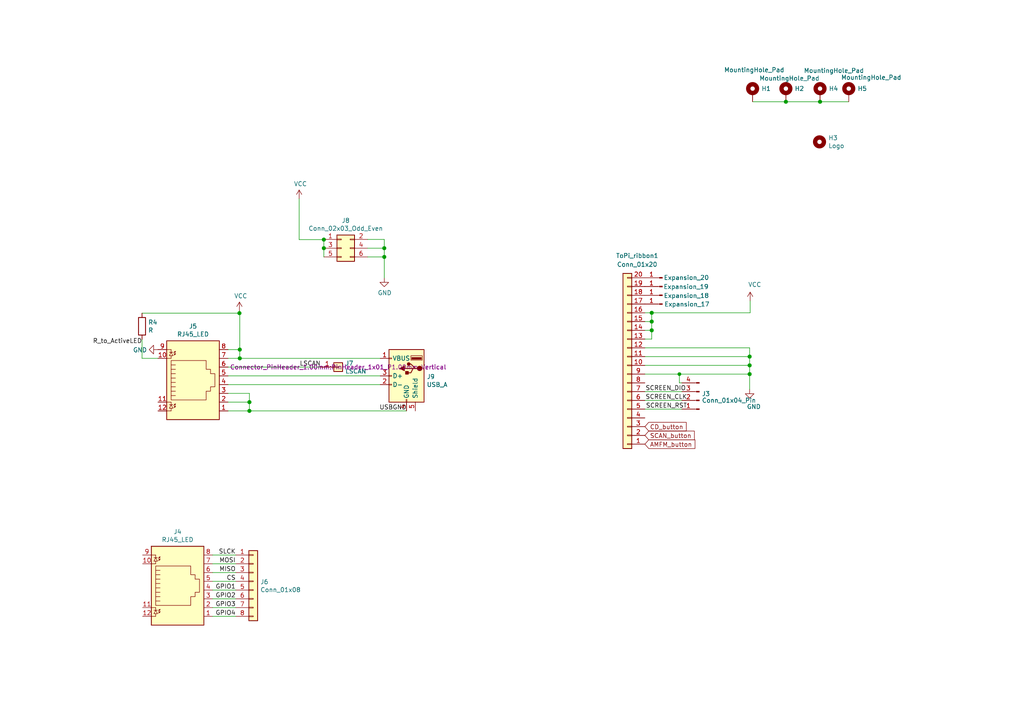
<source format=kicad_sch>
(kicad_sch (version 20230121) (generator eeschema)
  (paper "A4")
  (lib_symbols
    (symbol "Connector:Conn_01x01_Pin" (pin_names (offset 1.016) hide)
      (property "Reference" "J" (at 0 2.54 0))
      (property "Value" "Conn_01x01_Pin" (at 0 -2.54 0))
      (symbol "Conn_01x01_Pin_1_1"
        (polyline (pts (xy 1.27 0) (xy 0.8636 0)) (stroke (width 0.1524)))
        (rectangle (start 0.8636 0.127) (end 0 -0.127) (stroke (width 0.1524)) (fill (type outline)))
        (pin passive line (at 5.08 0 180) (length 3.81) (name "Pin_1") (number "1"))
      )
    )
    (symbol "Connector:Conn_01x04_Pin" (pin_names (offset 1.016) hide)
      (property "Reference" "J" (at 0 5.08 0))
      (property "Value" "Conn_01x04_Pin" (at 0 -7.62 0))
      (symbol "Conn_01x04_Pin_1_1"
        (polyline (pts (xy 1.27 -5.08) (xy 0.8636 -5.08)) (stroke (width 0.1524)))
        (polyline (pts (xy 1.27 -2.54) (xy 0.8636 -2.54)) (stroke (width 0.1524)))
        (polyline (pts (xy 1.27 0) (xy 0.8636 0)) (stroke (width 0.1524)))
        (polyline (pts (xy 1.27 2.54) (xy 0.8636 2.54)) (stroke (width 0.1524)))
        (rectangle (start 0.8636 -4.953) (end 0 -5.207) (stroke (width 0.1524)) (fill (type outline)))
        (rectangle (start 0.8636 -2.413) (end 0 -2.667) (stroke (width 0.1524)) (fill (type outline)))
        (rectangle (start 0.8636 0.127) (end 0 -0.127) (stroke (width 0.1524)) (fill (type outline)))
        (rectangle (start 0.8636 2.667) (end 0 2.413) (stroke (width 0.1524)) (fill (type outline)))
        (pin passive line (at 5.08 2.54 180) (length 3.81) (name "Pin_1") (number "1"))
        (pin passive line (at 5.08 0 180) (length 3.81) (name "Pin_2") (number "2"))
        (pin passive line (at 5.08 -2.54 180) (length 3.81) (name "Pin_3") (number "3"))
        (pin passive line (at 5.08 -5.08 180) (length 3.81) (name "Pin_4") (number "4"))
      )
    )
    (symbol "Connector:RJ45_LED" (pin_names (offset 1.016))
      (property "Reference" "J" (at -5.08 13.97 0))
      (property "Value" "RJ45_LED" (at 1.27 13.97 0))
      (symbol "RJ45_LED_0_1"
        (polyline (pts (xy -7.62 -7.62) (xy -6.35 -7.62)))
        (polyline (pts (xy -7.62 -5.08) (xy -6.35 -5.08)))
        (polyline (pts (xy -7.62 7.62) (xy -6.35 7.62)))
        (polyline (pts (xy -7.62 10.16) (xy -6.35 10.16)))
        (polyline (pts (xy -6.858 -5.842) (xy -5.842 -5.842)))
        (polyline (pts (xy -6.858 9.398) (xy -5.842 9.398)))
        (polyline (pts (xy -6.35 -7.62) (xy -6.35 -6.858)))
        (polyline (pts (xy -6.35 -5.08) (xy -6.35 -5.842)))
        (polyline (pts (xy -6.35 7.62) (xy -6.35 8.382)))
        (polyline (pts (xy -6.35 10.16) (xy -6.35 9.398)))
        (polyline (pts (xy -5.08 -6.223) (xy -5.207 -6.604)))
        (polyline (pts (xy -5.08 -5.588) (xy -5.207 -5.969)))
        (polyline (pts (xy -5.08 4.445) (xy -6.35 4.445)))
        (polyline (pts (xy -5.08 5.715) (xy -6.35 5.715)))
        (polyline (pts (xy -5.08 9.017) (xy -5.207 8.636)))
        (polyline (pts (xy -5.08 9.652) (xy -5.207 9.271)))
        (polyline (pts (xy -6.35 -3.175) (xy -5.08 -3.175) (xy -5.08 -3.175)))
        (polyline (pts (xy -6.35 -1.905) (xy -5.08 -1.905) (xy -5.08 -1.905)))
        (polyline (pts (xy -6.35 -0.635) (xy -5.08 -0.635) (xy -5.08 -0.635)))
        (polyline (pts (xy -6.35 0.635) (xy -5.08 0.635) (xy -5.08 0.635)))
        (polyline (pts (xy -6.35 1.905) (xy -5.08 1.905) (xy -5.08 1.905)))
        (polyline (pts (xy -5.588 -6.731) (xy -5.08 -6.223) (xy -5.461 -6.35)))
        (polyline (pts (xy -5.588 -6.096) (xy -5.08 -5.588) (xy -5.461 -5.715)))
        (polyline (pts (xy -5.588 8.509) (xy -5.08 9.017) (xy -5.461 8.89)))
        (polyline (pts (xy -5.588 9.144) (xy -5.08 9.652) (xy -5.461 9.525)))
        (polyline (pts (xy -5.08 3.175) (xy -6.35 3.175) (xy -6.35 3.175)))
        (polyline (pts (xy -6.35 -5.842) (xy -6.858 -6.858) (xy -5.842 -6.858) (xy -6.35 -5.842)))
        (polyline (pts (xy -6.35 9.398) (xy -6.858 8.382) (xy -5.842 8.382) (xy -6.35 9.398)))
        (polyline (pts (xy -6.35 -4.445) (xy -6.35 6.985) (xy 3.81 6.985) (xy 3.81 4.445) (xy 5.08 4.445) (xy 5.08 3.175) (xy 6.35 3.175) (xy 6.35 -0.635) (xy 5.08 -0.635) (xy 5.08 -1.905) (xy 3.81 -1.905) (xy 3.81 -4.445) (xy -6.35 -4.445) (xy -6.35 -4.445)))
        (rectangle (start 7.62 12.7) (end -7.62 -10.16) (stroke (width 0.254)) (fill (type background)))
      )
      (symbol "RJ45_LED_1_1"
        (pin passive line (at 10.16 -7.62 180) (length 2.54) (name "~") (number "1"))
        (pin passive line (at -10.16 7.62 0) (length 2.54) (name "~") (number "10"))
        (pin passive line (at -10.16 -5.08 0) (length 2.54) (name "~") (number "11"))
        (pin passive line (at -10.16 -7.62 0) (length 2.54) (name "~") (number "12"))
        (pin passive line (at 10.16 -5.08 180) (length 2.54) (name "~") (number "2"))
        (pin passive line (at 10.16 -2.54 180) (length 2.54) (name "~") (number "3"))
        (pin passive line (at 10.16 0 180) (length 2.54) (name "~") (number "4"))
        (pin passive line (at 10.16 2.54 180) (length 2.54) (name "~") (number "5"))
        (pin passive line (at 10.16 5.08 180) (length 2.54) (name "~") (number "6"))
        (pin passive line (at 10.16 7.62 180) (length 2.54) (name "~") (number "7"))
        (pin passive line (at 10.16 10.16 180) (length 2.54) (name "~") (number "8"))
        (pin passive line (at -10.16 10.16 0) (length 2.54) (name "~") (number "9"))
      )
    )
    (symbol "Connector:USB_A" (pin_names (offset 1.016))
      (property "Reference" "J" (at -5.08 11.43 0))
      (property "Value" "USB_A" (at -5.08 8.89 0))
      (symbol "USB_A_0_1"
        (rectangle (start -5.08 -7.62) (end 5.08 7.62) (stroke (width 0.254)) (fill (type background)))
        (circle (center -3.81 2.159) (radius 0.635) (stroke (width 0.254)) (fill (type outline)))
        (rectangle (start -1.524 4.826) (end -4.318 5.334) (fill (type outline)))
        (rectangle (start -1.27 4.572) (end -4.572 5.842))
        (circle (center -0.635 3.429) (radius 0.381) (stroke (width 0.254)) (fill (type outline)))
        (rectangle (start -0.127 -7.62) (end 0.127 -6.858))
        (polyline (pts (xy -3.175 2.159) (xy -2.54 2.159) (xy -1.27 3.429) (xy -0.635 3.429)) (stroke (width 0.254)))
        (polyline (pts (xy -2.54 2.159) (xy -1.905 2.159) (xy -1.27 0.889) (xy 0 0.889)) (stroke (width 0.254)))
        (polyline (pts (xy 0.635 2.794) (xy 0.635 1.524) (xy 1.905 2.159) (xy 0.635 2.794)) (stroke (width 0.254)) (fill (type outline)))
        (rectangle (start 0.254 1.27) (end -0.508 0.508) (stroke (width 0.254)) (fill (type outline)))
        (rectangle (start 5.08 -2.667) (end 4.318 -2.413))
        (rectangle (start 5.08 -0.127) (end 4.318 0.127))
        (rectangle (start 5.08 4.953) (end 4.318 5.207))
      )
      (symbol "USB_A_1_1"
        (polyline (pts (xy -1.905 2.159) (xy 0.635 2.159)) (stroke (width 0.254)))
        (pin power_in line (at 7.62 5.08 180) (length 2.54) (name "VBUS") (number "1"))
        (pin bidirectional line (at 7.62 -2.54 180) (length 2.54) (name "D-") (number "2"))
        (pin bidirectional line (at 7.62 0 180) (length 2.54) (name "D+") (number "3"))
        (pin power_in line (at 0 -10.16 90) (length 2.54) (name "GND") (number "4"))
        (pin passive line (at -2.54 -10.16 90) (length 2.54) (name "Shield") (number "5"))
      )
    )
    (symbol "Connector_Generic:Conn_01x01" (pin_names (offset 1.016) hide)
      (property "Reference" "J" (at 0 2.54 0))
      (property "Value" "Conn_01x01" (at 0 -2.54 0))
      (symbol "Conn_01x01_1_1"
        (rectangle (start -1.27 0.127) (end 0 -0.127) (stroke (width 0.1524)))
        (rectangle (start -1.27 1.27) (end 1.27 -1.27) (stroke (width 0.254)) (fill (type background)))
        (pin passive line (at -5.08 0 0) (length 3.81) (name "Pin_1") (number "1"))
      )
    )
    (symbol "Connector_Generic:Conn_01x08" (pin_names (offset 1.016) hide)
      (property "Reference" "J" (at 0 10.16 0))
      (property "Value" "Conn_01x08" (at 0 -12.7 0))
      (symbol "Conn_01x08_1_1"
        (rectangle (start -1.27 -10.033) (end 0 -10.287) (stroke (width 0.1524)))
        (rectangle (start -1.27 -7.493) (end 0 -7.747) (stroke (width 0.1524)))
        (rectangle (start -1.27 -4.953) (end 0 -5.207) (stroke (width 0.1524)))
        (rectangle (start -1.27 -2.413) (end 0 -2.667) (stroke (width 0.1524)))
        (rectangle (start -1.27 0.127) (end 0 -0.127) (stroke (width 0.1524)))
        (rectangle (start -1.27 2.667) (end 0 2.413) (stroke (width 0.1524)))
        (rectangle (start -1.27 5.207) (end 0 4.953) (stroke (width 0.1524)))
        (rectangle (start -1.27 7.747) (end 0 7.493) (stroke (width 0.1524)))
        (rectangle (start -1.27 8.89) (end 1.27 -11.43) (stroke (width 0.254)) (fill (type background)))
        (pin passive line (at -5.08 7.62 0) (length 3.81) (name "Pin_1") (number "1"))
        (pin passive line (at -5.08 5.08 0) (length 3.81) (name "Pin_2") (number "2"))
        (pin passive line (at -5.08 2.54 0) (length 3.81) (name "Pin_3") (number "3"))
        (pin passive line (at -5.08 0 0) (length 3.81) (name "Pin_4") (number "4"))
        (pin passive line (at -5.08 -2.54 0) (length 3.81) (name "Pin_5") (number "5"))
        (pin passive line (at -5.08 -5.08 0) (length 3.81) (name "Pin_6") (number "6"))
        (pin passive line (at -5.08 -7.62 0) (length 3.81) (name "Pin_7") (number "7"))
        (pin passive line (at -5.08 -10.16 0) (length 3.81) (name "Pin_8") (number "8"))
      )
    )
    (symbol "Connector_Generic:Conn_01x20" (pin_names (offset 1.016) hide)
      (property "Reference" "J" (at 0 25.4 0))
      (property "Value" "Conn_01x20" (at 0 -27.94 0))
      (symbol "Conn_01x20_1_1"
        (rectangle (start -1.27 -25.273) (end 0 -25.527) (stroke (width 0.1524)))
        (rectangle (start -1.27 -22.733) (end 0 -22.987) (stroke (width 0.1524)))
        (rectangle (start -1.27 -20.193) (end 0 -20.447) (stroke (width 0.1524)))
        (rectangle (start -1.27 -17.653) (end 0 -17.907) (stroke (width 0.1524)))
        (rectangle (start -1.27 -15.113) (end 0 -15.367) (stroke (width 0.1524)))
        (rectangle (start -1.27 -12.573) (end 0 -12.827) (stroke (width 0.1524)))
        (rectangle (start -1.27 -10.033) (end 0 -10.287) (stroke (width 0.1524)))
        (rectangle (start -1.27 -7.493) (end 0 -7.747) (stroke (width 0.1524)))
        (rectangle (start -1.27 -4.953) (end 0 -5.207) (stroke (width 0.1524)))
        (rectangle (start -1.27 -2.413) (end 0 -2.667) (stroke (width 0.1524)))
        (rectangle (start -1.27 0.127) (end 0 -0.127) (stroke (width 0.1524)))
        (rectangle (start -1.27 2.667) (end 0 2.413) (stroke (width 0.1524)))
        (rectangle (start -1.27 5.207) (end 0 4.953) (stroke (width 0.1524)))
        (rectangle (start -1.27 7.747) (end 0 7.493) (stroke (width 0.1524)))
        (rectangle (start -1.27 10.287) (end 0 10.033) (stroke (width 0.1524)))
        (rectangle (start -1.27 12.827) (end 0 12.573) (stroke (width 0.1524)))
        (rectangle (start -1.27 15.367) (end 0 15.113) (stroke (width 0.1524)))
        (rectangle (start -1.27 17.907) (end 0 17.653) (stroke (width 0.1524)))
        (rectangle (start -1.27 20.447) (end 0 20.193) (stroke (width 0.1524)))
        (rectangle (start -1.27 22.987) (end 0 22.733) (stroke (width 0.1524)))
        (rectangle (start -1.27 24.13) (end 1.27 -26.67) (stroke (width 0.254)) (fill (type background)))
        (pin passive line (at -5.08 22.86 0) (length 3.81) (name "Pin_1") (number "1"))
        (pin passive line (at -5.08 0 0) (length 3.81) (name "Pin_10") (number "10"))
        (pin passive line (at -5.08 -2.54 0) (length 3.81) (name "Pin_11") (number "11"))
        (pin passive line (at -5.08 -5.08 0) (length 3.81) (name "Pin_12") (number "12"))
        (pin passive line (at -5.08 -7.62 0) (length 3.81) (name "Pin_13") (number "13"))
        (pin passive line (at -5.08 -10.16 0) (length 3.81) (name "Pin_14") (number "14"))
        (pin passive line (at -5.08 -12.7 0) (length 3.81) (name "Pin_15") (number "15"))
        (pin passive line (at -5.08 -15.24 0) (length 3.81) (name "Pin_16") (number "16"))
        (pin passive line (at -5.08 -17.78 0) (length 3.81) (name "Pin_17") (number "17"))
        (pin passive line (at -5.08 -20.32 0) (length 3.81) (name "Pin_18") (number "18"))
        (pin passive line (at -5.08 -22.86 0) (length 3.81) (name "Pin_19") (number "19"))
        (pin passive line (at -5.08 20.32 0) (length 3.81) (name "Pin_2") (number "2"))
        (pin passive line (at -5.08 -25.4 0) (length 3.81) (name "Pin_20") (number "20"))
        (pin passive line (at -5.08 17.78 0) (length 3.81) (name "Pin_3") (number "3"))
        (pin passive line (at -5.08 15.24 0) (length 3.81) (name "Pin_4") (number "4"))
        (pin passive line (at -5.08 12.7 0) (length 3.81) (name "Pin_5") (number "5"))
        (pin passive line (at -5.08 10.16 0) (length 3.81) (name "Pin_6") (number "6"))
        (pin passive line (at -5.08 7.62 0) (length 3.81) (name "Pin_7") (number "7"))
        (pin passive line (at -5.08 5.08 0) (length 3.81) (name "Pin_8") (number "8"))
        (pin passive line (at -5.08 2.54 0) (length 3.81) (name "Pin_9") (number "9"))
      )
    )
    (symbol "Connector_Generic:Conn_02x03_Odd_Even" (pin_names (offset 1.016) hide)
      (property "Reference" "J" (at 1.27 5.08 0))
      (property "Value" "Conn_02x03_Odd_Even" (at 1.27 -5.08 0))
      (symbol "Conn_02x03_Odd_Even_1_1"
        (rectangle (start -1.27 -2.413) (end 0 -2.667) (stroke (width 0.1524)))
        (rectangle (start -1.27 0.127) (end 0 -0.127) (stroke (width 0.1524)))
        (rectangle (start -1.27 2.667) (end 0 2.413) (stroke (width 0.1524)))
        (rectangle (start -1.27 3.81) (end 3.81 -3.81) (stroke (width 0.254)) (fill (type background)))
        (rectangle (start 3.81 -2.413) (end 2.54 -2.667) (stroke (width 0.1524)))
        (rectangle (start 3.81 0.127) (end 2.54 -0.127) (stroke (width 0.1524)))
        (rectangle (start 3.81 2.667) (end 2.54 2.413) (stroke (width 0.1524)))
        (pin passive line (at -5.08 2.54 0) (length 3.81) (name "Pin_1") (number "1"))
        (pin passive line (at 7.62 2.54 180) (length 3.81) (name "Pin_2") (number "2"))
        (pin passive line (at -5.08 0 0) (length 3.81) (name "Pin_3") (number "3"))
        (pin passive line (at 7.62 0 180) (length 3.81) (name "Pin_4") (number "4"))
        (pin passive line (at -5.08 -2.54 0) (length 3.81) (name "Pin_5") (number "5"))
        (pin passive line (at 7.62 -2.54 180) (length 3.81) (name "Pin_6") (number "6"))
      )
    )
    (symbol "Device:R" (pin_numbers hide) (pin_names (offset 0))
      (property "Reference" "R" (at 2.032 0 90))
      (property "Value" "R" (at 0 0 90))
      (symbol "R_0_1"
        (rectangle (start -1.016 -2.54) (end 1.016 2.54) (stroke (width 0.254)))
      )
      (symbol "R_1_1"
        (pin passive line (at 0 3.81 270) (length 1.27) (name "~") (number "1"))
        (pin passive line (at 0 -3.81 90) (length 1.27) (name "~") (number "2"))
      )
    )
    (symbol "Mechanical:MountingHole" (pin_names (offset 1.016))
      (property "Reference" "H" (at 0 5.08 0))
      (property "Value" "MountingHole" (at 0 3.175 0))
      (symbol "MountingHole_0_1"
        (circle (center 0 0) (radius 1.27) (stroke (width 1.27)))
      )
    )
    (symbol "Mechanical:MountingHole_Pad" (pin_numbers hide) (pin_names (offset 1.016) hide)
      (property "Reference" "H" (at 0 6.35 0))
      (property "Value" "MountingHole_Pad" (at 0 4.445 0))
      (symbol "MountingHole_Pad_0_1"
        (circle (center 0 1.27) (radius 1.27) (stroke (width 1.27)))
      )
      (symbol "MountingHole_Pad_1_1"
        (pin input line (at 0 -2.54 90) (length 2.54) (name "1") (number "1"))
      )
    )
    (symbol "power:GND" (power) (pin_names (offset 0))
      (property "Value" "GND" (at 0 -3.81 0))
      (symbol "GND_0_1"
        (polyline (pts (xy 0 0) (xy 0 -1.27) (xy 1.27 -1.27) (xy 0 -2.54) (xy -1.27 -1.27) (xy 0 -1.27)))
      )
      (symbol "GND_1_1"
        (pin power_in line (at 0 0 270) (length 0) hide (name "GND") (number "1"))
      )
    )
    (symbol "power:VCC" (power) (pin_names (offset 0))
      (property "Value" "VCC" (at 0 3.81 0))
      (symbol "VCC_0_1"
        (polyline (pts (xy -0.762 1.27) (xy 0 2.54)))
        (polyline (pts (xy 0 0) (xy 0 2.54)))
        (polyline (pts (xy 0 2.54) (xy 0.762 1.27)))
      )
      (symbol "VCC_1_1"
        (pin power_in line (at 0 0 90) (length 0) hide (name "VCC") (number "1"))
      )
    )
  )
  (junction (at 227.9396 29.5148) (diameter 1.016))
  (junction (at 93.9292 69.4944) (diameter 1.016))
  (junction (at 217.424 105.9688) (diameter 1.016))
  (junction (at 72.3392 116.6368) (diameter 1.016))
  (junction (at 111.4552 74.5236) (diameter 1.016))
  (junction (at 69.4436 90.8304) (diameter 1.016))
  (junction (at 189.0268 90.7288) (diameter 1.016))
  (junction (at 72.3392 119.1768) (diameter 1.016))
  (junction (at 217.424 108.5088) (diameter 1.016))
  (junction (at 93.9292 71.9836) (diameter 1.016))
  (junction (at 189.0268 93.2688) (diameter 1.016))
  (junction (at 111.4552 71.9836) (diameter 1.016))
  (junction (at 237.8456 29.5148) (diameter 1.016))
  (junction (at 217.424 103.4288) (diameter 1.016))
  (junction (at 69.5452 101.3968) (diameter 1.016))
  (junction (at 197.0532 108.5088))
  (junction (at 69.5452 103.9368) (diameter 1.016))
  (junction (at 189.0268 95.8088) (diameter 1.016))
  (wire (pts (xy 106.6292 71.9836) (xy 111.4552 71.9836)))
  (wire (pts (xy 61.6712 171.1452) (xy 68.3768 171.1452)))
  (wire (pts (xy 187.0456 100.8888) (xy 217.424 100.8888)))
  (wire (pts (xy 41.1988 90.8304) (xy 69.4436 90.8304)))
  (wire (pts (xy 187.0456 90.7288) (xy 189.0268 90.7288)))
  (wire (pts (xy 189.0268 95.8088) (xy 189.0268 93.2688)))
  (wire (pts (xy 86.7664 69.4944) (xy 86.7664 57.658)))
  (wire (pts (xy 72.3392 116.6368) (xy 72.3392 119.1768)))
  (wire (pts (xy 218.2876 29.5148) (xy 227.9396 29.5148)))
  (wire (pts (xy 66.1416 111.5568) (xy 110.2868 111.5568)))
  (wire (pts (xy 227.9396 29.5148) (xy 237.8456 29.5148)))
  (wire (pts (xy 69.5452 103.9368) (xy 69.5452 101.3968)))
  (wire (pts (xy 111.4552 74.5236) (xy 111.4552 80.6196)))
  (wire (pts (xy 106.6292 69.4436) (xy 111.4552 69.4436)))
  (wire (pts (xy 66.1416 119.1768) (xy 72.3392 119.1768)))
  (wire (pts (xy 66.1416 106.4768) (xy 93.0148 106.4768)))
  (wire (pts (xy 197.0532 108.5088) (xy 197.0532 111.0488)))
  (wire (pts (xy 69.5452 90.8304) (xy 69.5452 101.3968)))
  (wire (pts (xy 93.9292 69.4944) (xy 86.7664 69.4944)))
  (wire (pts (xy 61.6712 168.6052) (xy 68.3768 168.6052)))
  (wire (pts (xy 93.9292 71.9836) (xy 93.9292 74.5236)))
  (wire (pts (xy 41.1988 103.9368) (xy 41.1988 98.4504)))
  (wire (pts (xy 187.0456 113.5888) (xy 197.7644 113.5888)))
  (wire (pts (xy 189.0268 90.7288) (xy 217.5764 90.7288)))
  (wire (pts (xy 187.0456 95.8088) (xy 189.0268 95.8088)))
  (wire (pts (xy 69.5452 103.9368) (xy 110.2868 103.9368)))
  (wire (pts (xy 187.0456 103.4288) (xy 217.424 103.4288)))
  (wire (pts (xy 197.7644 111.0488) (xy 197.0532 111.0488)))
  (wire (pts (xy 66.1416 101.3968) (xy 69.5452 101.3968)))
  (wire (pts (xy 106.6292 74.5236) (xy 111.4552 74.5236)))
  (wire (pts (xy 61.6712 176.2252) (xy 68.3768 176.2252)))
  (wire (pts (xy 45.8216 103.9368) (xy 41.1988 103.9368)))
  (wire (pts (xy 61.6712 178.7652) (xy 68.3768 178.7652)))
  (wire (pts (xy 66.1416 109.0168) (xy 110.2868 109.0168)))
  (wire (pts (xy 187.0456 116.1288) (xy 197.7644 116.1288)))
  (wire (pts (xy 69.4436 90.8304) (xy 69.4436 90.17)))
  (wire (pts (xy 187.0456 93.2688) (xy 189.0268 93.2688)))
  (wire (pts (xy 66.1416 103.9368) (xy 69.5452 103.9368)))
  (wire (pts (xy 61.6712 160.9852) (xy 68.3768 160.9852)))
  (wire (pts (xy 217.424 108.5088) (xy 217.424 112.9284)))
  (wire (pts (xy 93.9292 69.4436) (xy 93.9292 69.4944)))
  (wire (pts (xy 61.6712 166.0652) (xy 68.3768 166.0652)))
  (wire (pts (xy 111.4552 69.4436) (xy 111.4552 71.9836)))
  (wire (pts (xy 66.1416 114.0968) (xy 72.3392 114.0968)))
  (wire (pts (xy 93.9292 69.4944) (xy 93.9292 71.9836)))
  (wire (pts (xy 197.0532 108.5088) (xy 217.424 108.5088)))
  (wire (pts (xy 72.3392 114.0968) (xy 72.3392 116.6368)))
  (wire (pts (xy 217.424 103.4288) (xy 217.424 105.9688)))
  (wire (pts (xy 69.5452 90.8304) (xy 69.4436 90.8304)))
  (wire (pts (xy 189.0268 93.2688) (xy 189.0268 90.7288)))
  (wire (pts (xy 187.0456 108.5088) (xy 197.0532 108.5088)))
  (wire (pts (xy 187.0456 105.9688) (xy 217.424 105.9688)))
  (wire (pts (xy 237.8456 29.5148) (xy 246.1768 29.5148)))
  (wire (pts (xy 187.0456 98.3488) (xy 189.0268 98.3488)))
  (wire (pts (xy 111.4552 71.9836) (xy 111.4552 74.5236)))
  (wire (pts (xy 66.1416 116.6368) (xy 72.3392 116.6368)))
  (wire (pts (xy 72.3392 119.1768) (xy 117.9068 119.1768)))
  (wire (pts (xy 189.0268 95.8088) (xy 189.0268 98.3488)))
  (wire (pts (xy 217.424 100.8888) (xy 217.424 103.4288)))
  (wire (pts (xy 61.6712 173.6852) (xy 68.3768 173.6852)))
  (wire (pts (xy 217.424 105.9688) (xy 217.424 108.5088)))
  (wire (pts (xy 217.5764 90.7288) (xy 217.5764 87.2744)))
  (wire (pts (xy 61.6712 163.5252) (xy 68.3768 163.5252)))
  (wire (pts (xy 187.0456 118.6688) (xy 197.7644 118.6688)))
  (label "GPIO4" (at 68.3768 178.7652 180))
  (label "GPIO1" (at 68.3768 171.1452 180))
  (label "SCREEN_RST" (at 187.2996 118.6688 0))
  (label "GPIO3" (at 68.3768 176.2252 180))
  (label "USBGND" (at 117.9068 119.1768 180))
  (label "SCREEN_DIO" (at 187.198 113.5888 0))
  (label "SCREEN_CLK" (at 187.198 116.1288 0))
  (label "R_to_ActiveLED" (at 41.1988 99.9236 180))
  (label "GPIO2" (at 68.3768 173.6852 180))
  (label "LSCAN" (at 93.0148 106.4768 180))
  (label "CS" (at 68.3768 168.6052 180))
  (label "MOSI" (at 68.3768 163.5252 180))
  (label "MISO" (at 68.3768 166.0652 180))
  (label "SLCK" (at 68.3768 160.9852 180))
  (global_label "AMFM_button" (shape input) (at 187.0456 128.8288 0) (property "Intersheetrefs" "${INTERSHEET_REFS}" (effects hide)))
  (global_label "SCAN_button" (shape input) (at 187.0456 126.2888 0) (property "Intersheetrefs" "${INTERSHEET_REFS}" (effects hide)))
  (global_label "CD_button" (shape input) (at 187.0456 123.7488 0) (property "Intersheetrefs" "${INTERSHEET_REFS}" (effects hide)))
  (symbol (lib_id "Connector_Generic:Conn_01x01") (at 98.0948 106.4768 0) (unit 1)
    (property "Reference" "J7" (at 100.1269 105.3782 0) (effects (justify left)))
    (property "Value" "LSCAN" (at 100.1269 107.6769 0) (effects (justify left)))
    (property "Footprint" "Connector_PinHeader_1.00mm:PinHeader_1x01_P1.00mm_Vertical" (at 98.0948 106.4768 0))
  )
  (symbol (lib_id "power:VCC") (at 69.4436 90.17 0) (unit 1)
    (property "Reference" "#PWR06" (effects hide))
    (property "Value" "VCC" (at 69.8119 85.8456 0))
  )
  (symbol (lib_id "Device:R") (at 41.1988 94.6404 0) (unit 1)
    (property "Reference" "R4" (at 42.9769 93.491 0) (effects (justify left)))
    (property "Value" "R" (at 42.9769 95.7897 0) (effects (justify left)))
    (property "Footprint" "Resistor_THT:R_Axial_DIN0204_L3.6mm_D1.6mm_P5.08mm_Horizontal" (effects hide))
  )
  (symbol (lib_id "Connector:Conn_01x01_Pin") (at 192.1256 80.5688 180) (unit 1)
    (property "Reference" "Expansion_20" (at 199.0852 80.518 0))
    (property "Value" "Conn_01x01_Pin" (effects hide))
    (property "Footprint" "TestPoint:TestPoint_Pad_2.0x2.0mm" (effects hide))
    (instances (project "headunit_controls" (path "" (reference "Expansion_20") (unit 1)) (path "" (reference "Expansion_1") (unit 1))))
  )
  (symbol (lib_id "Mechanical:MountingHole_Pad") (at 246.1768 26.9748 0) (unit 1)
    (property "Reference" "H5" (at 248.7169 25.6984 0) (effects (justify left)))
    (property "Value" "MountingHole_Pad" (at 243.9417 22.4599 0) (effects (justify left)))
    (property "Footprint" "MountingHole:MountingHole_3.2mm_M3_Pad_Via" (effects hide))
  )
  (symbol (lib_id "Mechanical:MountingHole_Pad") (at 218.2876 26.9748 0) (unit 1)
    (property "Reference" "H1" (at 220.8277 25.6984 0) (effects (justify left)))
    (property "Value" "MountingHole_Pad" (at 210.0073 20.2755 0) (effects (justify left)))
    (property "Footprint" "MountingHole:MountingHole_3.2mm_M3_Pad_Via" (effects hide))
  )
  (symbol (lib_id "Connector_Generic:Conn_02x03_Odd_Even") (at 99.0092 71.9836 0) (unit 1)
    (property "Reference" "J8" (at 100.2792 63.9634 0))
    (property "Value" "Conn_02x03_Odd_Even" (at 100.2792 66.2621 0))
    (property "Footprint" "Connector_PinHeader_1.00mm:PinHeader_2x03_P1.00mm_Vertical" (effects hide))
  )
  (symbol (lib_id "Connector:Conn_01x01_Pin") (at 192.1256 83.1088 180) (unit 1)
    (property "Reference" "Expansion_19" (at 198.9836 83.1596 0))
    (property "Value" "Conn_01x01_Pin" (effects hide))
    (property "Footprint" "TestPoint:TestPoint_Pad_2.0x2.0mm" (effects hide))
    (instances (project "headunit_controls" (path "" (reference "Expansion_19") (unit 1)) (path "" (reference "Expansion_2") (unit 1))))
  )
  (symbol (lib_id "power:GND") (at 45.8216 101.3968 270) (unit 1)
    (property "Reference" "#PWR05" (effects hide))
    (property "Value" "GND" (at 42.6466 101.5111 90) (effects (justify right)))
  )
  (symbol (lib_id "Mechanical:MountingHole") (at 237.6932 41.148 0) (unit 1)
    (property "Reference" "H3" (at 240.2333 39.9986 0) (effects (justify left)))
    (property "Value" "Logo" (at 240.233 42.2974 0) (effects (justify left)))
    (property "Footprint" "footprints:CPlogo2(50)" (effects hide))
  )
  (symbol (lib_id "Connector:RJ45_LED") (at 51.5112 171.1452 0) (unit 1)
    (property "Reference" "J4" (at 51.5112 154.235 0))
    (property "Value" "RJ45_LED" (at 51.5112 156.5337 0))
    (property "Footprint" "CPlib:rj45breakout" (effects hide))
  )
  (symbol (lib_id "Connector:RJ45_LED") (at 55.9816 111.5568 0) (unit 1)
    (property "Reference" "J5" (at 55.9816 94.6466 0))
    (property "Value" "RJ45_LED" (at 55.9816 96.9453 0))
    (property "Footprint" "CPlib:rj45breakout" (effects hide))
  )
  (symbol (lib_id "power:VCC") (at 217.5764 87.2744 0) (unit 1)
    (property "Reference" "#PWR0109" (effects hide))
    (property "Value" "VCC" (at 218.8972 82.55 0))
    (instances (project "headunit_controls" (path "" (reference "#PWR0109") (unit 1)) (path "" (reference "#PWR010") (unit 1))))
  )
  (symbol (lib_id "power:GND") (at 217.424 112.9284 0) (unit 1)
    (property "Reference" "#PWR0110" (effects hide))
    (property "Value" "GND" (at 218.6432 117.9576 0))
    (instances (project "headunit_controls" (path "" (reference "#PWR0110") (unit 1)) (path "" (reference "#PWR09") (unit 1))))
  )
  (symbol (lib_id "Connector:Conn_01x01_Pin") (at 192.1256 85.6488 180) (unit 1)
    (property "Reference" "Expansion_18" (at 199.0852 85.7504 0))
    (property "Value" "Conn_01x01_Pin" (effects hide))
    (property "Footprint" "TestPoint:TestPoint_Pad_2.0x2.0mm" (effects hide))
    (instances (project "headunit_controls" (path "" (reference "Expansion_18") (unit 1)) (path "" (reference "Expansion_3") (unit 1))))
  )
  (symbol (lib_id "Connector:USB_A") (at 117.9068 109.0168 0) (mirror y) (unit 1)
    (property "Reference" "J9" (at 123.7489 109.2644 0) (effects (justify right)))
    (property "Value" "USB_A" (at 123.7489 111.5631 0) (effects (justify right)))
    (property "Footprint" "Connector_PinHeader_1.00mm:PinHeader_1x04_P1.00mm_Vertical" (effects hide))
    (property "Datasheet" " ~" (effects hide))
  )
  (symbol (lib_id "Mechanical:MountingHole_Pad") (at 237.8456 26.9748 0) (unit 1)
    (property "Reference" "H4" (at 240.3857 25.6984 0) (effects (justify left)))
    (property "Value" "MountingHole_Pad" (at 233.1213 20.4787 0) (effects (justify left)))
    (property "Footprint" "MountingHole:MountingHole_3.2mm_M3_Pad_Via" (effects hide))
  )
  (symbol (lib_id "power:GND") (at 111.4552 80.6196 0) (unit 1)
    (property "Reference" "#PWR08" (effects hide))
    (property "Value" "GND" (at 111.5695 84.944 0))
  )
  (symbol (lib_id "Connector_Generic:Conn_01x08") (at 73.4568 168.6052 0) (unit 1)
    (property "Reference" "J6" (at 75.4889 168.7766 0) (effects (justify left)))
    (property "Value" "Conn_01x08" (at 75.4889 171.0753 0) (effects (justify left)))
    (property "Footprint" "Connector_PinHeader_1.00mm:PinHeader_1x08_P1.00mm_Vertical" (effects hide))
  )
  (symbol (lib_id "power:VCC") (at 86.7664 57.658 0) (unit 1)
    (property "Reference" "#PWR07" (effects hide))
    (property "Value" "VCC" (at 87.1347 53.3336 0))
  )
  (symbol (lib_id "Mechanical:MountingHole_Pad") (at 227.9396 26.9748 0) (unit 1)
    (property "Reference" "H2" (at 230.4797 25.6984 0) (effects (justify left)))
    (property "Value" "MountingHole_Pad" (at 220.2181 22.7139 0) (effects (justify left)))
    (property "Footprint" "MountingHole:MountingHole_3.2mm_M3_Pad_Via" (effects hide))
  )
  (symbol (lib_id "Connector_Generic:Conn_01x20") (at 181.9656 105.9688 180) (unit 1)
    (property "Reference" "ToPi_ribbon1" (at 184.8102 74.1684 0))
    (property "Value" "Conn_01x20" (at 184.8104 76.708 0))
    (property "Footprint" "Connector_FFC-FPC:Hirose_FH12-20S-0.5SH_1x20-1MP_P0.50mm_Horizontal" (effects hide))
    (instances (project "headunit_controls" (path "" (reference "ToPi_ribbon1") (unit 1)) (path "" (reference "ToPi_ribbon2") (unit 1))))
  )
  (symbol (lib_id "Connector:Conn_01x04_Pin") (at 202.8444 116.1288 180) (unit 1)
    (property "Reference" "J3" (at 203.5556 114.2151 0) (effects (justify right)))
    (property "Value" "Conn_01x04_Pin" (at 203.5556 116.1361 0) (effects (justify right)))
    (property "Footprint" "Connector_PinHeader_1.00mm:PinHeader_1x04_P1.00mm_Vertical" (effects hide))
    (instances (project "headunit_controls" (path "" (reference "J3") (unit 1)) (path "" (reference "J10") (unit 1))))
  )
  (symbol (lib_id "Connector:Conn_01x01_Pin") (at 192.1256 88.1888 180) (unit 1)
    (property "Reference" "Expansion_17" (at 199.2376 88.2396 0))
    (property "Value" "Conn_01x01_Pin" (effects hide))
    (property "Footprint" "TestPoint:TestPoint_Pad_2.0x2.0mm" (effects hide))
    (instances (project "headunit_controls" (path "" (reference "Expansion_17") (unit 1)) (path "" (reference "Expansion_4") (unit 1))))
  )
)
</source>
